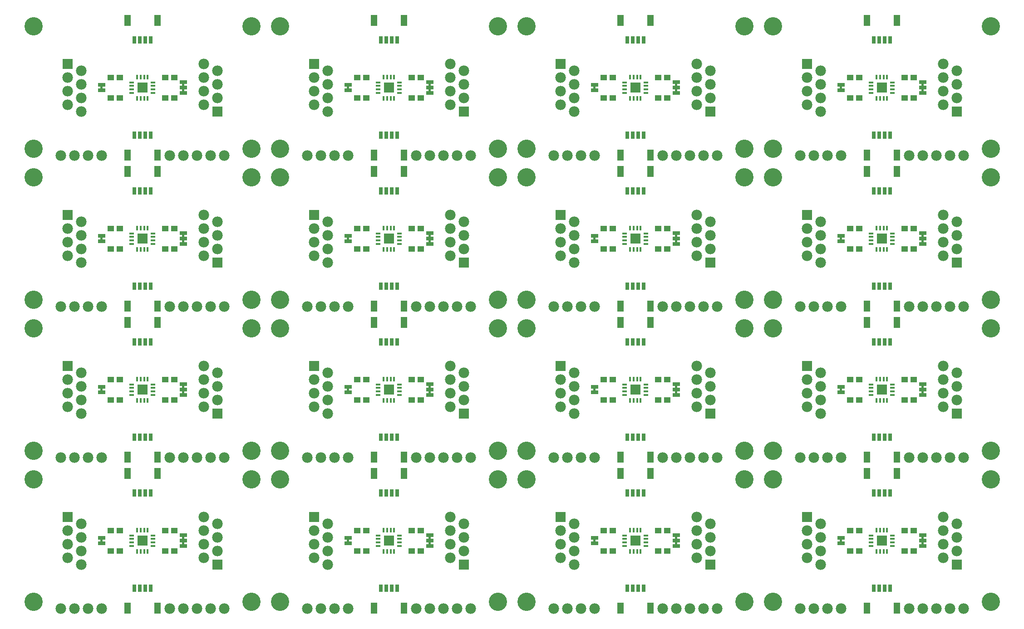
<source format=gts>
G75*
%MOIN*%
%OFA0B0*%
%FSLAX25Y25*%
%IPPOS*%
%LPD*%
%AMOC8*
5,1,8,0,0,1.08239X$1,22.5*
%
%ADD10R,0.05124X0.08274*%
%ADD11R,0.02762X0.05715*%
%ADD12R,0.04731X0.04337*%
%ADD13C,0.07800*%
%ADD14R,0.07800X0.07800*%
%ADD15C,0.13400*%
%ADD16R,0.01778X0.03550*%
%ADD17R,0.03550X0.01778*%
%ADD18R,0.07400X0.07400*%
%ADD19R,0.05400X0.02900*%
%ADD20C,0.00500*%
D10*
X0182310Y0075531D03*
X0204357Y0075531D03*
X0204357Y0174469D03*
X0182310Y0174469D03*
X0182310Y0186531D03*
X0204357Y0186531D03*
X0204357Y0285469D03*
X0204357Y0297531D03*
X0182310Y0297531D03*
X0182310Y0285469D03*
X0182310Y0396469D03*
X0204357Y0396469D03*
X0204357Y0408531D03*
X0182310Y0408531D03*
X0182310Y0507469D03*
X0204357Y0507469D03*
X0363310Y0507469D03*
X0385357Y0507469D03*
X0385357Y0408531D03*
X0363310Y0408531D03*
X0363310Y0396469D03*
X0385357Y0396469D03*
X0385357Y0297531D03*
X0385357Y0285469D03*
X0363310Y0285469D03*
X0363310Y0297531D03*
X0363310Y0186531D03*
X0385357Y0186531D03*
X0385357Y0174469D03*
X0363310Y0174469D03*
X0363310Y0075531D03*
X0385357Y0075531D03*
X0544310Y0075531D03*
X0566357Y0075531D03*
X0566357Y0174469D03*
X0544310Y0174469D03*
X0544310Y0186531D03*
X0566357Y0186531D03*
X0566357Y0285469D03*
X0566357Y0297531D03*
X0544310Y0297531D03*
X0544310Y0285469D03*
X0544310Y0396469D03*
X0566357Y0396469D03*
X0566357Y0408531D03*
X0544310Y0408531D03*
X0544310Y0507469D03*
X0566357Y0507469D03*
X0725310Y0507469D03*
X0747357Y0507469D03*
X0747357Y0408531D03*
X0725310Y0408531D03*
X0725310Y0396469D03*
X0747357Y0396469D03*
X0747357Y0297531D03*
X0747357Y0285469D03*
X0725310Y0285469D03*
X0725310Y0297531D03*
X0725310Y0186531D03*
X0747357Y0186531D03*
X0747357Y0174469D03*
X0725310Y0174469D03*
X0725310Y0075531D03*
X0747357Y0075531D03*
D11*
X0742239Y0090000D03*
X0738302Y0090000D03*
X0734365Y0090000D03*
X0730428Y0090000D03*
X0730428Y0160000D03*
X0734365Y0160000D03*
X0738302Y0160000D03*
X0742239Y0160000D03*
X0742239Y0201000D03*
X0738302Y0201000D03*
X0734365Y0201000D03*
X0730428Y0201000D03*
X0730428Y0271000D03*
X0734365Y0271000D03*
X0738302Y0271000D03*
X0742239Y0271000D03*
X0742239Y0312000D03*
X0738302Y0312000D03*
X0734365Y0312000D03*
X0730428Y0312000D03*
X0730428Y0382000D03*
X0734365Y0382000D03*
X0738302Y0382000D03*
X0742239Y0382000D03*
X0742239Y0423000D03*
X0738302Y0423000D03*
X0734365Y0423000D03*
X0730428Y0423000D03*
X0730428Y0493000D03*
X0734365Y0493000D03*
X0738302Y0493000D03*
X0742239Y0493000D03*
X0561239Y0493000D03*
X0557302Y0493000D03*
X0553365Y0493000D03*
X0549428Y0493000D03*
X0549428Y0423000D03*
X0553365Y0423000D03*
X0557302Y0423000D03*
X0561239Y0423000D03*
X0561239Y0382000D03*
X0557302Y0382000D03*
X0553365Y0382000D03*
X0549428Y0382000D03*
X0549428Y0312000D03*
X0553365Y0312000D03*
X0557302Y0312000D03*
X0561239Y0312000D03*
X0561239Y0271000D03*
X0557302Y0271000D03*
X0553365Y0271000D03*
X0549428Y0271000D03*
X0549428Y0201000D03*
X0553365Y0201000D03*
X0557302Y0201000D03*
X0561239Y0201000D03*
X0561239Y0160000D03*
X0557302Y0160000D03*
X0553365Y0160000D03*
X0549428Y0160000D03*
X0549428Y0090000D03*
X0553365Y0090000D03*
X0557302Y0090000D03*
X0561239Y0090000D03*
X0380239Y0090000D03*
X0376302Y0090000D03*
X0372365Y0090000D03*
X0368428Y0090000D03*
X0368428Y0160000D03*
X0372365Y0160000D03*
X0376302Y0160000D03*
X0380239Y0160000D03*
X0380239Y0201000D03*
X0376302Y0201000D03*
X0372365Y0201000D03*
X0368428Y0201000D03*
X0368428Y0271000D03*
X0372365Y0271000D03*
X0376302Y0271000D03*
X0380239Y0271000D03*
X0380239Y0312000D03*
X0376302Y0312000D03*
X0372365Y0312000D03*
X0368428Y0312000D03*
X0368428Y0382000D03*
X0372365Y0382000D03*
X0376302Y0382000D03*
X0380239Y0382000D03*
X0380239Y0423000D03*
X0376302Y0423000D03*
X0372365Y0423000D03*
X0368428Y0423000D03*
X0368428Y0493000D03*
X0372365Y0493000D03*
X0376302Y0493000D03*
X0380239Y0493000D03*
X0199239Y0493000D03*
X0195302Y0493000D03*
X0191365Y0493000D03*
X0187428Y0493000D03*
X0187428Y0423000D03*
X0191365Y0423000D03*
X0195302Y0423000D03*
X0199239Y0423000D03*
X0199239Y0382000D03*
X0195302Y0382000D03*
X0191365Y0382000D03*
X0187428Y0382000D03*
X0187428Y0312000D03*
X0191365Y0312000D03*
X0195302Y0312000D03*
X0199239Y0312000D03*
X0199239Y0271000D03*
X0195302Y0271000D03*
X0191365Y0271000D03*
X0187428Y0271000D03*
X0187428Y0201000D03*
X0191365Y0201000D03*
X0195302Y0201000D03*
X0199239Y0201000D03*
X0199239Y0160000D03*
X0195302Y0160000D03*
X0191365Y0160000D03*
X0187428Y0160000D03*
X0187428Y0090000D03*
X0191365Y0090000D03*
X0195302Y0090000D03*
X0199239Y0090000D03*
D12*
X0209987Y0117500D03*
X0216680Y0117500D03*
X0216680Y0132500D03*
X0209987Y0132500D03*
X0176680Y0132500D03*
X0169987Y0132500D03*
X0169987Y0117500D03*
X0176680Y0117500D03*
X0350987Y0117500D03*
X0357680Y0117500D03*
X0357680Y0132500D03*
X0350987Y0132500D03*
X0390987Y0132500D03*
X0397680Y0132500D03*
X0397680Y0117500D03*
X0390987Y0117500D03*
X0531987Y0117500D03*
X0538680Y0117500D03*
X0538680Y0132500D03*
X0531987Y0132500D03*
X0571987Y0132500D03*
X0578680Y0132500D03*
X0578680Y0117500D03*
X0571987Y0117500D03*
X0712987Y0117500D03*
X0719680Y0117500D03*
X0719680Y0132500D03*
X0712987Y0132500D03*
X0752987Y0132500D03*
X0759680Y0132500D03*
X0759680Y0117500D03*
X0752987Y0117500D03*
X0752987Y0228500D03*
X0759680Y0228500D03*
X0759680Y0243500D03*
X0752987Y0243500D03*
X0719680Y0243500D03*
X0712987Y0243500D03*
X0712987Y0228500D03*
X0719680Y0228500D03*
X0578680Y0228500D03*
X0571987Y0228500D03*
X0571987Y0243500D03*
X0578680Y0243500D03*
X0538680Y0243500D03*
X0531987Y0243500D03*
X0531987Y0228500D03*
X0538680Y0228500D03*
X0397680Y0228500D03*
X0390987Y0228500D03*
X0390987Y0243500D03*
X0397680Y0243500D03*
X0357680Y0243500D03*
X0350987Y0243500D03*
X0350987Y0228500D03*
X0357680Y0228500D03*
X0216680Y0228500D03*
X0209987Y0228500D03*
X0209987Y0243500D03*
X0216680Y0243500D03*
X0176680Y0243500D03*
X0169987Y0243500D03*
X0169987Y0228500D03*
X0176680Y0228500D03*
X0176680Y0339500D03*
X0169987Y0339500D03*
X0169987Y0354500D03*
X0176680Y0354500D03*
X0209987Y0354500D03*
X0216680Y0354500D03*
X0216680Y0339500D03*
X0209987Y0339500D03*
X0350987Y0339500D03*
X0357680Y0339500D03*
X0357680Y0354500D03*
X0350987Y0354500D03*
X0390987Y0354500D03*
X0397680Y0354500D03*
X0397680Y0339500D03*
X0390987Y0339500D03*
X0531987Y0339500D03*
X0538680Y0339500D03*
X0538680Y0354500D03*
X0531987Y0354500D03*
X0571987Y0354500D03*
X0578680Y0354500D03*
X0578680Y0339500D03*
X0571987Y0339500D03*
X0712987Y0339500D03*
X0719680Y0339500D03*
X0719680Y0354500D03*
X0712987Y0354500D03*
X0752987Y0354500D03*
X0759680Y0354500D03*
X0759680Y0339500D03*
X0752987Y0339500D03*
X0752987Y0450500D03*
X0759680Y0450500D03*
X0759680Y0465500D03*
X0752987Y0465500D03*
X0719680Y0465500D03*
X0712987Y0465500D03*
X0712987Y0450500D03*
X0719680Y0450500D03*
X0578680Y0450500D03*
X0571987Y0450500D03*
X0571987Y0465500D03*
X0578680Y0465500D03*
X0538680Y0465500D03*
X0531987Y0465500D03*
X0531987Y0450500D03*
X0538680Y0450500D03*
X0397680Y0450500D03*
X0390987Y0450500D03*
X0390987Y0465500D03*
X0397680Y0465500D03*
X0357680Y0465500D03*
X0350987Y0465500D03*
X0350987Y0450500D03*
X0357680Y0450500D03*
X0216680Y0450500D03*
X0209987Y0450500D03*
X0209987Y0465500D03*
X0216680Y0465500D03*
X0176680Y0465500D03*
X0169987Y0465500D03*
X0169987Y0450500D03*
X0176680Y0450500D03*
D13*
X0148333Y0450500D03*
X0138333Y0445500D03*
X0148333Y0440500D03*
X0138333Y0455500D03*
X0148333Y0460500D03*
X0138333Y0465500D03*
X0148333Y0470500D03*
X0238333Y0465500D03*
X0248333Y0460500D03*
X0238333Y0455500D03*
X0248333Y0450500D03*
X0238333Y0445500D03*
X0248333Y0470500D03*
X0238333Y0475500D03*
X0319333Y0465500D03*
X0329333Y0460500D03*
X0319333Y0455500D03*
X0329333Y0450500D03*
X0319333Y0445500D03*
X0329333Y0440500D03*
X0329333Y0470500D03*
X0419333Y0465500D03*
X0429333Y0460500D03*
X0419333Y0455500D03*
X0429333Y0450500D03*
X0419333Y0445500D03*
X0429333Y0470500D03*
X0419333Y0475500D03*
X0500333Y0465500D03*
X0510333Y0460500D03*
X0500333Y0455500D03*
X0510333Y0450500D03*
X0500333Y0445500D03*
X0510333Y0440500D03*
X0510333Y0470500D03*
X0600333Y0465500D03*
X0610333Y0460500D03*
X0600333Y0455500D03*
X0610333Y0450500D03*
X0600333Y0445500D03*
X0610333Y0470500D03*
X0600333Y0475500D03*
X0681333Y0465500D03*
X0691333Y0460500D03*
X0681333Y0455500D03*
X0691333Y0450500D03*
X0681333Y0445500D03*
X0691333Y0440500D03*
X0691333Y0470500D03*
X0781333Y0465500D03*
X0791333Y0460500D03*
X0781333Y0455500D03*
X0791333Y0450500D03*
X0781333Y0445500D03*
X0791333Y0470500D03*
X0781333Y0475500D03*
X0776333Y0408000D03*
X0766333Y0408000D03*
X0756333Y0408000D03*
X0786333Y0408000D03*
X0796333Y0408000D03*
X0781333Y0364500D03*
X0791333Y0359500D03*
X0781333Y0354500D03*
X0791333Y0349500D03*
X0781333Y0344500D03*
X0791333Y0339500D03*
X0781333Y0334500D03*
X0776333Y0297000D03*
X0766333Y0297000D03*
X0756333Y0297000D03*
X0786333Y0297000D03*
X0796333Y0297000D03*
X0781333Y0253500D03*
X0791333Y0248500D03*
X0781333Y0243500D03*
X0791333Y0238500D03*
X0781333Y0233500D03*
X0791333Y0228500D03*
X0781333Y0223500D03*
X0776333Y0186000D03*
X0766333Y0186000D03*
X0756333Y0186000D03*
X0786333Y0186000D03*
X0796333Y0186000D03*
X0781333Y0142500D03*
X0791333Y0137500D03*
X0781333Y0132500D03*
X0791333Y0127500D03*
X0781333Y0122500D03*
X0791333Y0117500D03*
X0781333Y0112500D03*
X0776333Y0075000D03*
X0766333Y0075000D03*
X0756333Y0075000D03*
X0786333Y0075000D03*
X0796333Y0075000D03*
X0706333Y0075000D03*
X0696333Y0075000D03*
X0686333Y0075000D03*
X0676333Y0075000D03*
X0691333Y0107500D03*
X0681333Y0112500D03*
X0691333Y0117500D03*
X0681333Y0122500D03*
X0691333Y0127500D03*
X0681333Y0132500D03*
X0691333Y0137500D03*
X0686333Y0186000D03*
X0676333Y0186000D03*
X0696333Y0186000D03*
X0706333Y0186000D03*
X0691333Y0218500D03*
X0681333Y0223500D03*
X0691333Y0228500D03*
X0681333Y0233500D03*
X0691333Y0238500D03*
X0681333Y0243500D03*
X0691333Y0248500D03*
X0686333Y0297000D03*
X0676333Y0297000D03*
X0696333Y0297000D03*
X0706333Y0297000D03*
X0691333Y0329500D03*
X0681333Y0334500D03*
X0691333Y0339500D03*
X0681333Y0344500D03*
X0691333Y0349500D03*
X0681333Y0354500D03*
X0691333Y0359500D03*
X0686333Y0408000D03*
X0676333Y0408000D03*
X0696333Y0408000D03*
X0706333Y0408000D03*
X0615333Y0408000D03*
X0605333Y0408000D03*
X0595333Y0408000D03*
X0585333Y0408000D03*
X0575333Y0408000D03*
X0525333Y0408000D03*
X0515333Y0408000D03*
X0505333Y0408000D03*
X0495333Y0408000D03*
X0434333Y0408000D03*
X0424333Y0408000D03*
X0414333Y0408000D03*
X0404333Y0408000D03*
X0394333Y0408000D03*
X0344333Y0408000D03*
X0334333Y0408000D03*
X0324333Y0408000D03*
X0314333Y0408000D03*
X0253333Y0408000D03*
X0243333Y0408000D03*
X0233333Y0408000D03*
X0223333Y0408000D03*
X0213333Y0408000D03*
X0163333Y0408000D03*
X0153333Y0408000D03*
X0143333Y0408000D03*
X0133333Y0408000D03*
X0148333Y0359500D03*
X0138333Y0354500D03*
X0148333Y0349500D03*
X0138333Y0344500D03*
X0148333Y0339500D03*
X0138333Y0334500D03*
X0148333Y0329500D03*
X0143333Y0297000D03*
X0133333Y0297000D03*
X0153333Y0297000D03*
X0163333Y0297000D03*
X0213333Y0297000D03*
X0223333Y0297000D03*
X0233333Y0297000D03*
X0243333Y0297000D03*
X0253333Y0297000D03*
X0238333Y0334500D03*
X0248333Y0339500D03*
X0238333Y0344500D03*
X0248333Y0349500D03*
X0238333Y0354500D03*
X0248333Y0359500D03*
X0238333Y0364500D03*
X0319333Y0354500D03*
X0329333Y0349500D03*
X0319333Y0344500D03*
X0329333Y0339500D03*
X0319333Y0334500D03*
X0329333Y0329500D03*
X0329333Y0359500D03*
X0419333Y0354500D03*
X0429333Y0349500D03*
X0419333Y0344500D03*
X0429333Y0339500D03*
X0419333Y0334500D03*
X0429333Y0359500D03*
X0419333Y0364500D03*
X0500333Y0354500D03*
X0510333Y0349500D03*
X0500333Y0344500D03*
X0510333Y0339500D03*
X0500333Y0334500D03*
X0510333Y0329500D03*
X0510333Y0359500D03*
X0600333Y0354500D03*
X0610333Y0349500D03*
X0600333Y0344500D03*
X0610333Y0339500D03*
X0600333Y0334500D03*
X0610333Y0359500D03*
X0600333Y0364500D03*
X0595333Y0297000D03*
X0585333Y0297000D03*
X0575333Y0297000D03*
X0605333Y0297000D03*
X0615333Y0297000D03*
X0600333Y0253500D03*
X0610333Y0248500D03*
X0600333Y0243500D03*
X0610333Y0238500D03*
X0600333Y0233500D03*
X0610333Y0228500D03*
X0600333Y0223500D03*
X0595333Y0186000D03*
X0585333Y0186000D03*
X0575333Y0186000D03*
X0605333Y0186000D03*
X0615333Y0186000D03*
X0600333Y0142500D03*
X0610333Y0137500D03*
X0600333Y0132500D03*
X0610333Y0127500D03*
X0600333Y0122500D03*
X0610333Y0117500D03*
X0600333Y0112500D03*
X0595333Y0075000D03*
X0585333Y0075000D03*
X0575333Y0075000D03*
X0605333Y0075000D03*
X0615333Y0075000D03*
X0525333Y0075000D03*
X0515333Y0075000D03*
X0505333Y0075000D03*
X0495333Y0075000D03*
X0510333Y0107500D03*
X0500333Y0112500D03*
X0510333Y0117500D03*
X0500333Y0122500D03*
X0510333Y0127500D03*
X0500333Y0132500D03*
X0510333Y0137500D03*
X0505333Y0186000D03*
X0495333Y0186000D03*
X0515333Y0186000D03*
X0525333Y0186000D03*
X0510333Y0218500D03*
X0500333Y0223500D03*
X0510333Y0228500D03*
X0500333Y0233500D03*
X0510333Y0238500D03*
X0500333Y0243500D03*
X0510333Y0248500D03*
X0505333Y0297000D03*
X0495333Y0297000D03*
X0515333Y0297000D03*
X0525333Y0297000D03*
X0434333Y0297000D03*
X0424333Y0297000D03*
X0414333Y0297000D03*
X0404333Y0297000D03*
X0394333Y0297000D03*
X0344333Y0297000D03*
X0334333Y0297000D03*
X0324333Y0297000D03*
X0314333Y0297000D03*
X0329333Y0248500D03*
X0319333Y0243500D03*
X0329333Y0238500D03*
X0319333Y0233500D03*
X0329333Y0228500D03*
X0319333Y0223500D03*
X0329333Y0218500D03*
X0324333Y0186000D03*
X0314333Y0186000D03*
X0334333Y0186000D03*
X0344333Y0186000D03*
X0394333Y0186000D03*
X0404333Y0186000D03*
X0414333Y0186000D03*
X0424333Y0186000D03*
X0434333Y0186000D03*
X0419333Y0223500D03*
X0429333Y0228500D03*
X0419333Y0233500D03*
X0429333Y0238500D03*
X0419333Y0243500D03*
X0429333Y0248500D03*
X0419333Y0253500D03*
X0253333Y0186000D03*
X0243333Y0186000D03*
X0233333Y0186000D03*
X0223333Y0186000D03*
X0213333Y0186000D03*
X0163333Y0186000D03*
X0153333Y0186000D03*
X0143333Y0186000D03*
X0133333Y0186000D03*
X0148333Y0218500D03*
X0138333Y0223500D03*
X0148333Y0228500D03*
X0138333Y0233500D03*
X0148333Y0238500D03*
X0138333Y0243500D03*
X0148333Y0248500D03*
X0238333Y0243500D03*
X0248333Y0238500D03*
X0238333Y0233500D03*
X0248333Y0228500D03*
X0238333Y0223500D03*
X0248333Y0248500D03*
X0238333Y0253500D03*
X0238333Y0142500D03*
X0248333Y0137500D03*
X0238333Y0132500D03*
X0248333Y0127500D03*
X0238333Y0122500D03*
X0248333Y0117500D03*
X0238333Y0112500D03*
X0233333Y0075000D03*
X0243333Y0075000D03*
X0253333Y0075000D03*
X0223333Y0075000D03*
X0213333Y0075000D03*
X0163333Y0075000D03*
X0153333Y0075000D03*
X0143333Y0075000D03*
X0133333Y0075000D03*
X0148333Y0107500D03*
X0138333Y0112500D03*
X0148333Y0117500D03*
X0138333Y0122500D03*
X0148333Y0127500D03*
X0138333Y0132500D03*
X0148333Y0137500D03*
X0314333Y0075000D03*
X0324333Y0075000D03*
X0334333Y0075000D03*
X0344333Y0075000D03*
X0394333Y0075000D03*
X0404333Y0075000D03*
X0414333Y0075000D03*
X0424333Y0075000D03*
X0434333Y0075000D03*
X0419333Y0112500D03*
X0429333Y0117500D03*
X0419333Y0122500D03*
X0429333Y0127500D03*
X0419333Y0132500D03*
X0429333Y0137500D03*
X0419333Y0142500D03*
X0329333Y0137500D03*
X0319333Y0132500D03*
X0329333Y0127500D03*
X0319333Y0122500D03*
X0329333Y0117500D03*
X0319333Y0112500D03*
X0329333Y0107500D03*
D14*
X0319333Y0142500D03*
X0248333Y0107500D03*
X0138333Y0142500D03*
X0248333Y0218500D03*
X0319333Y0253500D03*
X0429333Y0218500D03*
X0500333Y0253500D03*
X0610333Y0218500D03*
X0681333Y0253500D03*
X0791333Y0218500D03*
X0681333Y0142500D03*
X0610333Y0107500D03*
X0500333Y0142500D03*
X0429333Y0107500D03*
X0138333Y0253500D03*
X0248333Y0329500D03*
X0319333Y0364500D03*
X0429333Y0329500D03*
X0500333Y0364500D03*
X0610333Y0329500D03*
X0681333Y0364500D03*
X0791333Y0329500D03*
X0791333Y0440500D03*
X0681333Y0475500D03*
X0610333Y0440500D03*
X0500333Y0475500D03*
X0429333Y0440500D03*
X0319333Y0475500D03*
X0248333Y0440500D03*
X0138333Y0475500D03*
X0138333Y0364500D03*
X0791333Y0107500D03*
D15*
X0113333Y0080000D03*
X0113333Y0170000D03*
X0113333Y0191000D03*
X0113333Y0281000D03*
X0113333Y0302000D03*
X0113333Y0392000D03*
X0113333Y0413000D03*
X0113333Y0503000D03*
X0273333Y0503000D03*
X0294333Y0503000D03*
X0294333Y0413000D03*
X0273333Y0413000D03*
X0273333Y0392000D03*
X0294333Y0392000D03*
X0294333Y0302000D03*
X0273333Y0302000D03*
X0273333Y0281000D03*
X0294333Y0281000D03*
X0294333Y0191000D03*
X0273333Y0191000D03*
X0273333Y0170000D03*
X0294333Y0170000D03*
X0294333Y0080000D03*
X0273333Y0080000D03*
X0454333Y0080000D03*
X0475333Y0080000D03*
X0475333Y0170000D03*
X0454333Y0170000D03*
X0454333Y0191000D03*
X0475333Y0191000D03*
X0475333Y0281000D03*
X0454333Y0281000D03*
X0454333Y0302000D03*
X0475333Y0302000D03*
X0475333Y0392000D03*
X0454333Y0392000D03*
X0454333Y0413000D03*
X0475333Y0413000D03*
X0475333Y0503000D03*
X0454333Y0503000D03*
X0635333Y0503000D03*
X0656333Y0503000D03*
X0656333Y0413000D03*
X0635333Y0413000D03*
X0635333Y0392000D03*
X0656333Y0392000D03*
X0656333Y0302000D03*
X0635333Y0302000D03*
X0635333Y0281000D03*
X0656333Y0281000D03*
X0656333Y0191000D03*
X0635333Y0191000D03*
X0635333Y0170000D03*
X0656333Y0170000D03*
X0656333Y0080000D03*
X0635333Y0080000D03*
X0816333Y0080000D03*
X0816333Y0170000D03*
X0816333Y0191000D03*
X0816333Y0281000D03*
X0816333Y0302000D03*
X0816333Y0392000D03*
X0816333Y0413000D03*
X0816333Y0503000D03*
D16*
X0740172Y0465874D03*
X0737613Y0465874D03*
X0735054Y0465874D03*
X0732495Y0465874D03*
X0732495Y0450126D03*
X0735054Y0450126D03*
X0737613Y0450126D03*
X0740172Y0450126D03*
X0740172Y0354874D03*
X0737613Y0354874D03*
X0735054Y0354874D03*
X0732495Y0354874D03*
X0732495Y0339126D03*
X0735054Y0339126D03*
X0737613Y0339126D03*
X0740172Y0339126D03*
X0740172Y0243874D03*
X0737613Y0243874D03*
X0735054Y0243874D03*
X0732495Y0243874D03*
X0732495Y0228126D03*
X0735054Y0228126D03*
X0737613Y0228126D03*
X0740172Y0228126D03*
X0740172Y0132874D03*
X0737613Y0132874D03*
X0735054Y0132874D03*
X0732495Y0132874D03*
X0732495Y0117126D03*
X0735054Y0117126D03*
X0737613Y0117126D03*
X0740172Y0117126D03*
X0559172Y0117126D03*
X0556613Y0117126D03*
X0554054Y0117126D03*
X0551495Y0117126D03*
X0551495Y0132874D03*
X0554054Y0132874D03*
X0556613Y0132874D03*
X0559172Y0132874D03*
X0559172Y0228126D03*
X0556613Y0228126D03*
X0554054Y0228126D03*
X0551495Y0228126D03*
X0551495Y0243874D03*
X0554054Y0243874D03*
X0556613Y0243874D03*
X0559172Y0243874D03*
X0559172Y0339126D03*
X0556613Y0339126D03*
X0554054Y0339126D03*
X0551495Y0339126D03*
X0551495Y0354874D03*
X0554054Y0354874D03*
X0556613Y0354874D03*
X0559172Y0354874D03*
X0559172Y0450126D03*
X0556613Y0450126D03*
X0554054Y0450126D03*
X0551495Y0450126D03*
X0551495Y0465874D03*
X0554054Y0465874D03*
X0556613Y0465874D03*
X0559172Y0465874D03*
X0378172Y0465874D03*
X0375613Y0465874D03*
X0373054Y0465874D03*
X0370495Y0465874D03*
X0370495Y0450126D03*
X0373054Y0450126D03*
X0375613Y0450126D03*
X0378172Y0450126D03*
X0378172Y0354874D03*
X0375613Y0354874D03*
X0373054Y0354874D03*
X0370495Y0354874D03*
X0370495Y0339126D03*
X0373054Y0339126D03*
X0375613Y0339126D03*
X0378172Y0339126D03*
X0378172Y0243874D03*
X0375613Y0243874D03*
X0373054Y0243874D03*
X0370495Y0243874D03*
X0370495Y0228126D03*
X0373054Y0228126D03*
X0375613Y0228126D03*
X0378172Y0228126D03*
X0378172Y0132874D03*
X0375613Y0132874D03*
X0373054Y0132874D03*
X0370495Y0132874D03*
X0370495Y0117126D03*
X0373054Y0117126D03*
X0375613Y0117126D03*
X0378172Y0117126D03*
X0197172Y0117126D03*
X0194613Y0117126D03*
X0192054Y0117126D03*
X0189495Y0117126D03*
X0189495Y0132874D03*
X0192054Y0132874D03*
X0194613Y0132874D03*
X0197172Y0132874D03*
X0197172Y0228126D03*
X0194613Y0228126D03*
X0192054Y0228126D03*
X0189495Y0228126D03*
X0189495Y0243874D03*
X0192054Y0243874D03*
X0194613Y0243874D03*
X0197172Y0243874D03*
X0197172Y0339126D03*
X0194613Y0339126D03*
X0192054Y0339126D03*
X0189495Y0339126D03*
X0189495Y0354874D03*
X0192054Y0354874D03*
X0194613Y0354874D03*
X0197172Y0354874D03*
X0197172Y0450126D03*
X0194613Y0450126D03*
X0192054Y0450126D03*
X0189495Y0450126D03*
X0189495Y0465874D03*
X0192054Y0465874D03*
X0194613Y0465874D03*
X0197172Y0465874D03*
D17*
X0201207Y0461839D03*
X0201207Y0459280D03*
X0201207Y0456720D03*
X0201207Y0454161D03*
X0185459Y0454161D03*
X0185459Y0456720D03*
X0185459Y0459280D03*
X0185459Y0461839D03*
X0185459Y0350839D03*
X0185459Y0348280D03*
X0185459Y0345720D03*
X0185459Y0343161D03*
X0201207Y0343161D03*
X0201207Y0345720D03*
X0201207Y0348280D03*
X0201207Y0350839D03*
X0366459Y0350839D03*
X0366459Y0348280D03*
X0366459Y0345720D03*
X0366459Y0343161D03*
X0382207Y0343161D03*
X0382207Y0345720D03*
X0382207Y0348280D03*
X0382207Y0350839D03*
X0547459Y0350839D03*
X0547459Y0348280D03*
X0547459Y0345720D03*
X0547459Y0343161D03*
X0563207Y0343161D03*
X0563207Y0345720D03*
X0563207Y0348280D03*
X0563207Y0350839D03*
X0728459Y0350839D03*
X0728459Y0348280D03*
X0728459Y0345720D03*
X0728459Y0343161D03*
X0744207Y0343161D03*
X0744207Y0345720D03*
X0744207Y0348280D03*
X0744207Y0350839D03*
X0744207Y0454161D03*
X0744207Y0456720D03*
X0744207Y0459280D03*
X0744207Y0461839D03*
X0728459Y0461839D03*
X0728459Y0459280D03*
X0728459Y0456720D03*
X0728459Y0454161D03*
X0563207Y0454161D03*
X0563207Y0456720D03*
X0563207Y0459280D03*
X0563207Y0461839D03*
X0547459Y0461839D03*
X0547459Y0459280D03*
X0547459Y0456720D03*
X0547459Y0454161D03*
X0382207Y0454161D03*
X0382207Y0456720D03*
X0382207Y0459280D03*
X0382207Y0461839D03*
X0366459Y0461839D03*
X0366459Y0459280D03*
X0366459Y0456720D03*
X0366459Y0454161D03*
X0366459Y0239839D03*
X0366459Y0237280D03*
X0366459Y0234720D03*
X0366459Y0232161D03*
X0382207Y0232161D03*
X0382207Y0234720D03*
X0382207Y0237280D03*
X0382207Y0239839D03*
X0547459Y0239839D03*
X0547459Y0237280D03*
X0547459Y0234720D03*
X0547459Y0232161D03*
X0563207Y0232161D03*
X0563207Y0234720D03*
X0563207Y0237280D03*
X0563207Y0239839D03*
X0728459Y0239839D03*
X0728459Y0237280D03*
X0728459Y0234720D03*
X0728459Y0232161D03*
X0744207Y0232161D03*
X0744207Y0234720D03*
X0744207Y0237280D03*
X0744207Y0239839D03*
X0744207Y0128839D03*
X0744207Y0126280D03*
X0744207Y0123720D03*
X0744207Y0121161D03*
X0728459Y0121161D03*
X0728459Y0123720D03*
X0728459Y0126280D03*
X0728459Y0128839D03*
X0563207Y0128839D03*
X0563207Y0126280D03*
X0563207Y0123720D03*
X0563207Y0121161D03*
X0547459Y0121161D03*
X0547459Y0123720D03*
X0547459Y0126280D03*
X0547459Y0128839D03*
X0382207Y0128839D03*
X0382207Y0126280D03*
X0382207Y0123720D03*
X0382207Y0121161D03*
X0366459Y0121161D03*
X0366459Y0123720D03*
X0366459Y0126280D03*
X0366459Y0128839D03*
X0201207Y0128839D03*
X0201207Y0126280D03*
X0201207Y0123720D03*
X0201207Y0121161D03*
X0185459Y0121161D03*
X0185459Y0123720D03*
X0185459Y0126280D03*
X0185459Y0128839D03*
X0185459Y0232161D03*
X0185459Y0234720D03*
X0185459Y0237280D03*
X0185459Y0239839D03*
X0201207Y0239839D03*
X0201207Y0237280D03*
X0201207Y0234720D03*
X0201207Y0232161D03*
D18*
X0193333Y0236000D03*
X0193333Y0125000D03*
X0374333Y0125000D03*
X0374333Y0236000D03*
X0555333Y0236000D03*
X0555333Y0125000D03*
X0736333Y0125000D03*
X0736333Y0236000D03*
X0736333Y0347000D03*
X0736333Y0458000D03*
X0555333Y0458000D03*
X0555333Y0347000D03*
X0374333Y0347000D03*
X0374333Y0458000D03*
X0193333Y0458000D03*
X0193333Y0347000D03*
D19*
X0223333Y0347000D03*
X0223333Y0343000D03*
X0223333Y0351000D03*
X0163333Y0349000D03*
X0163333Y0345000D03*
X0163333Y0238000D03*
X0163333Y0234000D03*
X0223333Y0232000D03*
X0223333Y0236000D03*
X0223333Y0240000D03*
X0344333Y0238000D03*
X0344333Y0234000D03*
X0404333Y0232000D03*
X0404333Y0236000D03*
X0404333Y0240000D03*
X0525333Y0238000D03*
X0525333Y0234000D03*
X0585333Y0232000D03*
X0585333Y0236000D03*
X0585333Y0240000D03*
X0706333Y0238000D03*
X0706333Y0234000D03*
X0766333Y0232000D03*
X0766333Y0236000D03*
X0766333Y0240000D03*
X0766333Y0343000D03*
X0766333Y0347000D03*
X0766333Y0351000D03*
X0706333Y0349000D03*
X0706333Y0345000D03*
X0585333Y0343000D03*
X0585333Y0347000D03*
X0585333Y0351000D03*
X0525333Y0349000D03*
X0525333Y0345000D03*
X0404333Y0343000D03*
X0404333Y0347000D03*
X0404333Y0351000D03*
X0344333Y0349000D03*
X0344333Y0345000D03*
X0344333Y0456000D03*
X0344333Y0460000D03*
X0404333Y0458000D03*
X0404333Y0454000D03*
X0404333Y0462000D03*
X0525333Y0460000D03*
X0525333Y0456000D03*
X0585333Y0454000D03*
X0585333Y0458000D03*
X0585333Y0462000D03*
X0706333Y0460000D03*
X0706333Y0456000D03*
X0766333Y0454000D03*
X0766333Y0458000D03*
X0766333Y0462000D03*
X0766333Y0129000D03*
X0766333Y0125000D03*
X0766333Y0121000D03*
X0706333Y0123000D03*
X0706333Y0127000D03*
X0585333Y0125000D03*
X0585333Y0121000D03*
X0585333Y0129000D03*
X0525333Y0127000D03*
X0525333Y0123000D03*
X0404333Y0121000D03*
X0404333Y0125000D03*
X0404333Y0129000D03*
X0344333Y0127000D03*
X0344333Y0123000D03*
X0223333Y0121000D03*
X0223333Y0125000D03*
X0223333Y0129000D03*
X0163333Y0127000D03*
X0163333Y0123000D03*
X0163333Y0456000D03*
X0163333Y0460000D03*
X0223333Y0458000D03*
X0223333Y0454000D03*
X0223333Y0462000D03*
D20*
X0222833Y0460750D02*
X0223833Y0460750D01*
X0223833Y0459250D01*
X0222833Y0459250D01*
X0222833Y0460750D01*
X0222833Y0460334D02*
X0223833Y0460334D01*
X0223833Y0459836D02*
X0222833Y0459836D01*
X0222833Y0459337D02*
X0223833Y0459337D01*
X0223833Y0456750D02*
X0222833Y0456750D01*
X0222833Y0455250D01*
X0223833Y0455250D01*
X0223833Y0456750D01*
X0223833Y0456346D02*
X0222833Y0456346D01*
X0222833Y0455848D02*
X0223833Y0455848D01*
X0223833Y0455349D02*
X0222833Y0455349D01*
X0163833Y0457250D02*
X0162833Y0457250D01*
X0162833Y0458750D01*
X0163833Y0458750D01*
X0163833Y0457250D01*
X0163833Y0457343D02*
X0162833Y0457343D01*
X0162833Y0457842D02*
X0163833Y0457842D01*
X0163833Y0458340D02*
X0162833Y0458340D01*
X0162833Y0347750D02*
X0163833Y0347750D01*
X0163833Y0346250D01*
X0162833Y0346250D01*
X0162833Y0347750D01*
X0162833Y0347671D02*
X0163833Y0347671D01*
X0163833Y0347172D02*
X0162833Y0347172D01*
X0162833Y0346674D02*
X0163833Y0346674D01*
X0222833Y0345750D02*
X0222833Y0344250D01*
X0223833Y0344250D01*
X0223833Y0345750D01*
X0222833Y0345750D01*
X0222833Y0345677D02*
X0223833Y0345677D01*
X0223833Y0345178D02*
X0222833Y0345178D01*
X0222833Y0344680D02*
X0223833Y0344680D01*
X0223833Y0348250D02*
X0222833Y0348250D01*
X0222833Y0349750D01*
X0223833Y0349750D01*
X0223833Y0348250D01*
X0223833Y0348668D02*
X0222833Y0348668D01*
X0222833Y0349166D02*
X0223833Y0349166D01*
X0223833Y0349665D02*
X0222833Y0349665D01*
X0343833Y0347750D02*
X0344833Y0347750D01*
X0344833Y0346250D01*
X0343833Y0346250D01*
X0343833Y0347750D01*
X0343833Y0347671D02*
X0344833Y0347671D01*
X0344833Y0347172D02*
X0343833Y0347172D01*
X0343833Y0346674D02*
X0344833Y0346674D01*
X0403833Y0345750D02*
X0403833Y0344250D01*
X0404833Y0344250D01*
X0404833Y0345750D01*
X0403833Y0345750D01*
X0403833Y0345677D02*
X0404833Y0345677D01*
X0404833Y0345178D02*
X0403833Y0345178D01*
X0403833Y0344680D02*
X0404833Y0344680D01*
X0404833Y0348250D02*
X0403833Y0348250D01*
X0403833Y0349750D01*
X0404833Y0349750D01*
X0404833Y0348250D01*
X0404833Y0348668D02*
X0403833Y0348668D01*
X0403833Y0349166D02*
X0404833Y0349166D01*
X0404833Y0349665D02*
X0403833Y0349665D01*
X0524833Y0347750D02*
X0525833Y0347750D01*
X0525833Y0346250D01*
X0524833Y0346250D01*
X0524833Y0347750D01*
X0524833Y0347671D02*
X0525833Y0347671D01*
X0525833Y0347172D02*
X0524833Y0347172D01*
X0524833Y0346674D02*
X0525833Y0346674D01*
X0584833Y0345750D02*
X0584833Y0344250D01*
X0585833Y0344250D01*
X0585833Y0345750D01*
X0584833Y0345750D01*
X0584833Y0345677D02*
X0585833Y0345677D01*
X0585833Y0345178D02*
X0584833Y0345178D01*
X0584833Y0344680D02*
X0585833Y0344680D01*
X0585833Y0348250D02*
X0584833Y0348250D01*
X0584833Y0349750D01*
X0585833Y0349750D01*
X0585833Y0348250D01*
X0585833Y0348668D02*
X0584833Y0348668D01*
X0584833Y0349166D02*
X0585833Y0349166D01*
X0585833Y0349665D02*
X0584833Y0349665D01*
X0705833Y0347750D02*
X0706833Y0347750D01*
X0706833Y0346250D01*
X0705833Y0346250D01*
X0705833Y0347750D01*
X0705833Y0347671D02*
X0706833Y0347671D01*
X0706833Y0347172D02*
X0705833Y0347172D01*
X0705833Y0346674D02*
X0706833Y0346674D01*
X0765833Y0345750D02*
X0765833Y0344250D01*
X0766833Y0344250D01*
X0766833Y0345750D01*
X0765833Y0345750D01*
X0765833Y0345677D02*
X0766833Y0345677D01*
X0766833Y0345178D02*
X0765833Y0345178D01*
X0765833Y0344680D02*
X0766833Y0344680D01*
X0766833Y0348250D02*
X0765833Y0348250D01*
X0765833Y0349750D01*
X0766833Y0349750D01*
X0766833Y0348250D01*
X0766833Y0348668D02*
X0765833Y0348668D01*
X0765833Y0349166D02*
X0766833Y0349166D01*
X0766833Y0349665D02*
X0765833Y0349665D01*
X0765833Y0455250D02*
X0765833Y0456750D01*
X0766833Y0456750D01*
X0766833Y0455250D01*
X0765833Y0455250D01*
X0765833Y0455349D02*
X0766833Y0455349D01*
X0766833Y0455848D02*
X0765833Y0455848D01*
X0765833Y0456346D02*
X0766833Y0456346D01*
X0766833Y0459250D02*
X0765833Y0459250D01*
X0765833Y0460750D01*
X0766833Y0460750D01*
X0766833Y0459250D01*
X0766833Y0459337D02*
X0765833Y0459337D01*
X0765833Y0459836D02*
X0766833Y0459836D01*
X0766833Y0460334D02*
X0765833Y0460334D01*
X0706833Y0458750D02*
X0705833Y0458750D01*
X0705833Y0457250D01*
X0706833Y0457250D01*
X0706833Y0458750D01*
X0706833Y0458340D02*
X0705833Y0458340D01*
X0705833Y0457842D02*
X0706833Y0457842D01*
X0706833Y0457343D02*
X0705833Y0457343D01*
X0585833Y0456750D02*
X0584833Y0456750D01*
X0584833Y0455250D01*
X0585833Y0455250D01*
X0585833Y0456750D01*
X0585833Y0456346D02*
X0584833Y0456346D01*
X0584833Y0455848D02*
X0585833Y0455848D01*
X0585833Y0455349D02*
X0584833Y0455349D01*
X0584833Y0459250D02*
X0584833Y0460750D01*
X0585833Y0460750D01*
X0585833Y0459250D01*
X0584833Y0459250D01*
X0584833Y0459337D02*
X0585833Y0459337D01*
X0585833Y0459836D02*
X0584833Y0459836D01*
X0584833Y0460334D02*
X0585833Y0460334D01*
X0525833Y0458750D02*
X0524833Y0458750D01*
X0524833Y0457250D01*
X0525833Y0457250D01*
X0525833Y0458750D01*
X0525833Y0458340D02*
X0524833Y0458340D01*
X0524833Y0457842D02*
X0525833Y0457842D01*
X0525833Y0457343D02*
X0524833Y0457343D01*
X0404833Y0456750D02*
X0403833Y0456750D01*
X0403833Y0455250D01*
X0404833Y0455250D01*
X0404833Y0456750D01*
X0404833Y0456346D02*
X0403833Y0456346D01*
X0403833Y0455848D02*
X0404833Y0455848D01*
X0404833Y0455349D02*
X0403833Y0455349D01*
X0403833Y0459250D02*
X0403833Y0460750D01*
X0404833Y0460750D01*
X0404833Y0459250D01*
X0403833Y0459250D01*
X0403833Y0459337D02*
X0404833Y0459337D01*
X0404833Y0459836D02*
X0403833Y0459836D01*
X0403833Y0460334D02*
X0404833Y0460334D01*
X0344833Y0458750D02*
X0343833Y0458750D01*
X0343833Y0457250D01*
X0344833Y0457250D01*
X0344833Y0458750D01*
X0344833Y0458340D02*
X0343833Y0458340D01*
X0343833Y0457842D02*
X0344833Y0457842D01*
X0344833Y0457343D02*
X0343833Y0457343D01*
X0403833Y0238750D02*
X0404833Y0238750D01*
X0404833Y0237250D01*
X0403833Y0237250D01*
X0403833Y0238750D01*
X0403833Y0238497D02*
X0404833Y0238497D01*
X0404833Y0237998D02*
X0403833Y0237998D01*
X0403833Y0237500D02*
X0404833Y0237500D01*
X0404833Y0234750D02*
X0403833Y0234750D01*
X0403833Y0233250D01*
X0404833Y0233250D01*
X0404833Y0234750D01*
X0404833Y0234509D02*
X0403833Y0234509D01*
X0403833Y0234010D02*
X0404833Y0234010D01*
X0404833Y0233512D02*
X0403833Y0233512D01*
X0344833Y0235250D02*
X0343833Y0235250D01*
X0343833Y0236750D01*
X0344833Y0236750D01*
X0344833Y0235250D01*
X0344833Y0235506D02*
X0343833Y0235506D01*
X0343833Y0236004D02*
X0344833Y0236004D01*
X0344833Y0236503D02*
X0343833Y0236503D01*
X0223833Y0237250D02*
X0222833Y0237250D01*
X0222833Y0238750D01*
X0223833Y0238750D01*
X0223833Y0237250D01*
X0223833Y0237500D02*
X0222833Y0237500D01*
X0222833Y0237998D02*
X0223833Y0237998D01*
X0223833Y0238497D02*
X0222833Y0238497D01*
X0222833Y0234750D02*
X0223833Y0234750D01*
X0223833Y0233250D01*
X0222833Y0233250D01*
X0222833Y0234750D01*
X0222833Y0234509D02*
X0223833Y0234509D01*
X0223833Y0234010D02*
X0222833Y0234010D01*
X0222833Y0233512D02*
X0223833Y0233512D01*
X0163833Y0235250D02*
X0162833Y0235250D01*
X0162833Y0236750D01*
X0163833Y0236750D01*
X0163833Y0235250D01*
X0163833Y0235506D02*
X0162833Y0235506D01*
X0162833Y0236004D02*
X0163833Y0236004D01*
X0163833Y0236503D02*
X0162833Y0236503D01*
X0162833Y0125750D02*
X0163833Y0125750D01*
X0163833Y0124250D01*
X0162833Y0124250D01*
X0162833Y0125750D01*
X0162833Y0125335D02*
X0163833Y0125335D01*
X0163833Y0124836D02*
X0162833Y0124836D01*
X0162833Y0124338D02*
X0163833Y0124338D01*
X0222833Y0123750D02*
X0222833Y0122250D01*
X0223833Y0122250D01*
X0223833Y0123750D01*
X0222833Y0123750D01*
X0222833Y0123341D02*
X0223833Y0123341D01*
X0223833Y0122842D02*
X0222833Y0122842D01*
X0222833Y0122344D02*
X0223833Y0122344D01*
X0223833Y0126250D02*
X0222833Y0126250D01*
X0222833Y0127750D01*
X0223833Y0127750D01*
X0223833Y0126250D01*
X0223833Y0126332D02*
X0222833Y0126332D01*
X0222833Y0126830D02*
X0223833Y0126830D01*
X0223833Y0127329D02*
X0222833Y0127329D01*
X0343833Y0125750D02*
X0344833Y0125750D01*
X0344833Y0124250D01*
X0343833Y0124250D01*
X0343833Y0125750D01*
X0343833Y0125335D02*
X0344833Y0125335D01*
X0344833Y0124836D02*
X0343833Y0124836D01*
X0343833Y0124338D02*
X0344833Y0124338D01*
X0403833Y0123750D02*
X0403833Y0122250D01*
X0404833Y0122250D01*
X0404833Y0123750D01*
X0403833Y0123750D01*
X0403833Y0123341D02*
X0404833Y0123341D01*
X0404833Y0122842D02*
X0403833Y0122842D01*
X0403833Y0122344D02*
X0404833Y0122344D01*
X0404833Y0126250D02*
X0403833Y0126250D01*
X0403833Y0127750D01*
X0404833Y0127750D01*
X0404833Y0126250D01*
X0404833Y0126332D02*
X0403833Y0126332D01*
X0403833Y0126830D02*
X0404833Y0126830D01*
X0404833Y0127329D02*
X0403833Y0127329D01*
X0524833Y0125750D02*
X0525833Y0125750D01*
X0525833Y0124250D01*
X0524833Y0124250D01*
X0524833Y0125750D01*
X0524833Y0125335D02*
X0525833Y0125335D01*
X0525833Y0124836D02*
X0524833Y0124836D01*
X0524833Y0124338D02*
X0525833Y0124338D01*
X0584833Y0123750D02*
X0584833Y0122250D01*
X0585833Y0122250D01*
X0585833Y0123750D01*
X0584833Y0123750D01*
X0584833Y0123341D02*
X0585833Y0123341D01*
X0585833Y0122842D02*
X0584833Y0122842D01*
X0584833Y0122344D02*
X0585833Y0122344D01*
X0585833Y0126250D02*
X0584833Y0126250D01*
X0584833Y0127750D01*
X0585833Y0127750D01*
X0585833Y0126250D01*
X0585833Y0126332D02*
X0584833Y0126332D01*
X0584833Y0126830D02*
X0585833Y0126830D01*
X0585833Y0127329D02*
X0584833Y0127329D01*
X0705833Y0125750D02*
X0706833Y0125750D01*
X0706833Y0124250D01*
X0705833Y0124250D01*
X0705833Y0125750D01*
X0705833Y0125335D02*
X0706833Y0125335D01*
X0706833Y0124836D02*
X0705833Y0124836D01*
X0705833Y0124338D02*
X0706833Y0124338D01*
X0765833Y0123750D02*
X0765833Y0122250D01*
X0766833Y0122250D01*
X0766833Y0123750D01*
X0765833Y0123750D01*
X0765833Y0123341D02*
X0766833Y0123341D01*
X0766833Y0122842D02*
X0765833Y0122842D01*
X0765833Y0122344D02*
X0766833Y0122344D01*
X0766833Y0126250D02*
X0765833Y0126250D01*
X0765833Y0127750D01*
X0766833Y0127750D01*
X0766833Y0126250D01*
X0766833Y0126332D02*
X0765833Y0126332D01*
X0765833Y0126830D02*
X0766833Y0126830D01*
X0766833Y0127329D02*
X0765833Y0127329D01*
X0765833Y0233250D02*
X0765833Y0234750D01*
X0766833Y0234750D01*
X0766833Y0233250D01*
X0765833Y0233250D01*
X0765833Y0233512D02*
X0766833Y0233512D01*
X0766833Y0234010D02*
X0765833Y0234010D01*
X0765833Y0234509D02*
X0766833Y0234509D01*
X0766833Y0237250D02*
X0765833Y0237250D01*
X0765833Y0238750D01*
X0766833Y0238750D01*
X0766833Y0237250D01*
X0766833Y0237500D02*
X0765833Y0237500D01*
X0765833Y0237998D02*
X0766833Y0237998D01*
X0766833Y0238497D02*
X0765833Y0238497D01*
X0706833Y0236750D02*
X0705833Y0236750D01*
X0705833Y0235250D01*
X0706833Y0235250D01*
X0706833Y0236750D01*
X0706833Y0236503D02*
X0705833Y0236503D01*
X0705833Y0236004D02*
X0706833Y0236004D01*
X0706833Y0235506D02*
X0705833Y0235506D01*
X0585833Y0234750D02*
X0584833Y0234750D01*
X0584833Y0233250D01*
X0585833Y0233250D01*
X0585833Y0234750D01*
X0585833Y0234509D02*
X0584833Y0234509D01*
X0584833Y0234010D02*
X0585833Y0234010D01*
X0585833Y0233512D02*
X0584833Y0233512D01*
X0584833Y0237250D02*
X0584833Y0238750D01*
X0585833Y0238750D01*
X0585833Y0237250D01*
X0584833Y0237250D01*
X0584833Y0237500D02*
X0585833Y0237500D01*
X0585833Y0237998D02*
X0584833Y0237998D01*
X0584833Y0238497D02*
X0585833Y0238497D01*
X0525833Y0236750D02*
X0524833Y0236750D01*
X0524833Y0235250D01*
X0525833Y0235250D01*
X0525833Y0236750D01*
X0525833Y0236503D02*
X0524833Y0236503D01*
X0524833Y0236004D02*
X0525833Y0236004D01*
X0525833Y0235506D02*
X0524833Y0235506D01*
M02*

</source>
